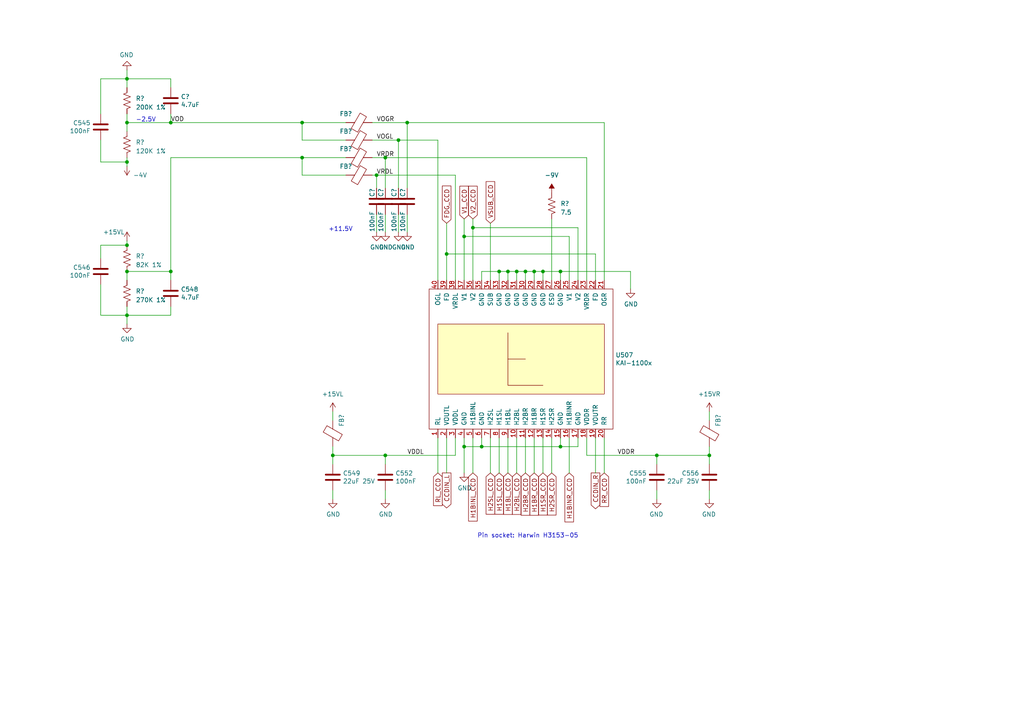
<source format=kicad_sch>
(kicad_sch (version 20230121) (generator eeschema)
  (paper "A4")
  (title_block (title "Sitina 1 Mainboard") (date "2023-03-16") (rev "R0.6") (company "Copyright 2023 Wenting Zhang") (comment 2 "MERCHANTABILITY, SATISFACTORY QUALITY AND FITNESS FOR A PARTICULAR PURPOSE.") (comment 3 "This source is distributed WITHOUT ANY EXPRESS OR IMPLIED WARRANTY, INCLUDING OF") (comment 4 "This source describes Open Hardware and is licensed under the CERN-OHL-P v2."))
  (lib_symbols
    (symbol "Device:C" (pin_numbers hide) (pin_names (offset 0.254))
      (property "Reference" "C" (at 0.635 2.54 0))
      (property "Value" "C" (at 0.635 -2.54 0))
      (symbol "C_0_1"
        (polyline (pts (xy -2.032 -0.762) (xy 2.032 -0.762)) (stroke (width 0.508)))
        (polyline (pts (xy -2.032 0.762) (xy 2.032 0.762)) (stroke (width 0.508)))
      )
      (symbol "C_1_1"
        (pin passive line (at 0 3.81 270) (length 2.794) (name "~") (number "1"))
        (pin passive line (at 0 -3.81 90) (length 2.794) (name "~") (number "2"))
      )
    )
    (symbol "Device:FerriteBead" (pin_numbers hide) (pin_names (offset 0))
      (property "Reference" "FB" (at -3.81 0.635 90))
      (property "Value" "FerriteBead" (at 3.81 0 90))
      (symbol "FerriteBead_0_1"
        (polyline (pts (xy 0 -1.27) (xy 0 -1.2192)))
        (polyline (pts (xy 0 1.27) (xy 0 1.2954)))
        (polyline (pts (xy -2.7686 0.4064) (xy -1.7018 2.2606) (xy 2.7686 -0.3048) (xy 1.6764 -2.159) (xy -2.7686 0.4064)))
      )
      (symbol "FerriteBead_1_1"
        (pin passive line (at 0 3.81 270) (length 2.54) (name "~") (number "1"))
        (pin passive line (at 0 -3.81 90) (length 2.54) (name "~") (number "2"))
      )
    )
    (symbol "Device:R_US" (pin_numbers hide) (pin_names (offset 0))
      (property "Reference" "R" (at 2.54 0 90))
      (property "Value" "R_US" (at -2.54 0 90))
      (symbol "R_US_0_1"
        (polyline (pts (xy 0 -2.286) (xy 0 -2.54)))
        (polyline (pts (xy 0 2.286) (xy 0 2.54)))
        (polyline (pts (xy 0 -0.762) (xy 1.016 -1.143) (xy 0 -1.524) (xy -1.016 -1.905) (xy 0 -2.286)))
        (polyline (pts (xy 0 0.762) (xy 1.016 0.381) (xy 0 0) (xy -1.016 -0.381) (xy 0 -0.762)))
        (polyline (pts (xy 0 2.286) (xy 1.016 1.905) (xy 0 1.524) (xy -1.016 1.143) (xy 0 0.762)))
      )
      (symbol "R_US_1_1"
        (pin passive line (at 0 3.81 270) (length 1.27) (name "~") (number "1"))
        (pin passive line (at 0 -3.81 90) (length 1.27) (name "~") (number "2"))
      )
    )
    (symbol "Sitina:-4V" (power) (pin_names (offset 0))
      (property "Value" "-4V" (at 0 3.556 0))
      (symbol "-4V_0_1"
        (polyline (pts (xy -0.762 1.27) (xy 0 2.54)))
        (polyline (pts (xy 0 0) (xy 0 2.54)))
        (polyline (pts (xy 0 2.54) (xy 0.762 1.27)))
      )
      (symbol "-4V_1_1"
        (pin power_in line (at 0 0 90) (length 0) hide (name "-4V") (number "1"))
      )
    )
    (symbol "Sitina:KAI-1100x" (pin_names (offset 1.016))
      (property "Reference" "U" (at 0 0 0))
      (property "Value" "KAI-1100x" (at 0 -2.54 0))
      (symbol "KAI-1100x_0_1"
        (rectangle (start -22.86 -22.86) (end 25.4 -43.18) (fill (type background)))
        (polyline (pts (xy 2.54 -33.02) (xy -2.54 -33.02)) (fill (type background)))
        (polyline (pts (xy 7.62 -40.64) (xy -2.54 -40.64) (xy -2.54 -25.4)) (fill (type background)))
        (rectangle (start 27.94 -53.34) (end -25.4 -12.7))
      )
      (symbol "KAI-1100x_1_1"
        (pin input line (at -22.86 -55.88 90) (length 2.54) (name "RL") (number "1"))
        (pin input line (at 0 -55.88 90) (length 2.54) (name "H2BL") (number "10"))
        (pin input line (at 2.54 -55.88 90) (length 2.54) (name "H2BR") (number "11"))
        (pin input line (at 5.08 -55.88 90) (length 2.54) (name "H1BR") (number "12"))
        (pin input line (at 7.62 -55.88 90) (length 2.54) (name "H1SR") (number "13"))
        (pin input line (at 10.16 -55.88 90) (length 2.54) (name "H2SR") (number "14"))
        (pin input line (at 12.7 -55.88 90) (length 2.54) (name "GND") (number "15"))
        (pin input line (at 15.24 -55.88 90) (length 2.54) (name "H1BINR") (number "16"))
        (pin input line (at 17.78 -55.88 90) (length 2.54) (name "GND") (number "17"))
        (pin input line (at 20.32 -55.88 90) (length 2.54) (name "VDDR") (number "18"))
        (pin input line (at 22.86 -55.88 90) (length 2.54) (name "VOUTR") (number "19"))
        (pin input line (at -20.32 -55.88 90) (length 2.54) (name "VOUTL") (number "2"))
        (pin input line (at 25.4 -55.88 90) (length 2.54) (name "RR") (number "20"))
        (pin input line (at 25.4 -10.16 270) (length 2.54) (name "OGR") (number "21"))
        (pin input line (at 22.86 -10.16 270) (length 2.54) (name "FD") (number "22"))
        (pin input line (at 20.32 -10.16 270) (length 2.54) (name "VRDR") (number "23"))
        (pin input line (at 17.78 -10.16 270) (length 2.54) (name "V2") (number "24"))
        (pin input line (at 15.24 -10.16 270) (length 2.54) (name "V1") (number "25"))
        (pin input line (at 12.7 -10.16 270) (length 2.54) (name "GND") (number "26"))
        (pin input line (at 10.16 -10.16 270) (length 2.54) (name "ESD") (number "27"))
        (pin input line (at 7.62 -10.16 270) (length 2.54) (name "GND") (number "28"))
        (pin input line (at 5.08 -10.16 270) (length 2.54) (name "GND") (number "29"))
        (pin input line (at -17.78 -55.88 90) (length 2.54) (name "VDDL") (number "3"))
        (pin input line (at 2.54 -10.16 270) (length 2.54) (name "GND") (number "30"))
        (pin input line (at 0 -10.16 270) (length 2.54) (name "GND") (number "31"))
        (pin input line (at -2.54 -10.16 270) (length 2.54) (name "GND") (number "32"))
        (pin input line (at -5.08 -10.16 270) (length 2.54) (name "GND") (number "33"))
        (pin input line (at -7.62 -10.16 270) (length 2.54) (name "SUB") (number "34"))
        (pin input line (at -10.16 -10.16 270) (length 2.54) (name "GND") (number "35"))
        (pin input line (at -12.7 -10.16 270) (length 2.54) (name "V2") (number "36"))
        (pin input line (at -15.24 -10.16 270) (length 2.54) (name "V1") (number "37"))
        (pin input line (at -17.78 -10.16 270) (length 2.54) (name "VRDL") (number "38"))
        (pin input line (at -20.32 -10.16 270) (length 2.54) (name "FD") (number "39"))
        (pin input line (at -15.24 -55.88 90) (length 2.54) (name "GND") (number "4"))
        (pin input line (at -22.86 -10.16 270) (length 2.54) (name "OGL") (number "40"))
        (pin input line (at -12.7 -55.88 90) (length 2.54) (name "H1BINL") (number "5"))
        (pin input line (at -10.16 -55.88 90) (length 2.54) (name "GND") (number "6"))
        (pin input line (at -7.62 -55.88 90) (length 2.54) (name "H2SL") (number "7"))
        (pin input line (at -5.08 -55.88 90) (length 2.54) (name "H1SL") (number "8"))
        (pin input line (at -2.54 -55.88 90) (length 2.54) (name "H1BL") (number "9"))
      )
    )
    (symbol "power:-9V" (power) (pin_names (offset 0))
      (property "Value" "-9V" (at 0 3.81 0))
      (symbol "-9V_0_1"
        (polyline (pts (xy 0 0) (xy 0 2.54)))
        (polyline (pts (xy 0.762 1.27) (xy -0.762 1.27) (xy 0 2.54) (xy 0.762 1.27)) (fill (type outline)))
      )
      (symbol "-9V_1_1"
        (pin power_in line (at 0 0 90) (length 0) hide (name "-9V") (number "1"))
      )
    )
    (symbol "power:GND" (power) (pin_names (offset 0))
      (property "Value" "GND" (at 0 -3.81 0))
      (symbol "GND_0_1"
        (polyline (pts (xy 0 0) (xy 0 -1.27) (xy 1.27 -1.27) (xy 0 -2.54) (xy -1.27 -1.27) (xy 0 -1.27)))
      )
      (symbol "GND_1_1"
        (pin power_in line (at 0 0 270) (length 0) hide (name "GND") (number "1"))
      )
    )
    (symbol "symbols:+15VL" (power) (pin_names (offset 0))
      (property "Value" "+15VL" (at 0 3.556 0))
      (symbol "+15VL_0_1"
        (polyline (pts (xy -0.762 1.27) (xy 0 2.54)))
        (polyline (pts (xy 0 0) (xy 0 2.54)))
        (polyline (pts (xy 0 2.54) (xy 0.762 1.27)))
      )
      (symbol "+15VL_1_1"
        (pin power_in line (at 0 0 90) (length 0) hide (name "+15VL") (number "1"))
      )
    )
    (symbol "symbols:+15VR" (power) (pin_names (offset 0))
      (property "Value" "+15VR" (at 0 3.556 0))
      (symbol "+15VR_0_1"
        (polyline (pts (xy -0.762 1.27) (xy 0 2.54)))
        (polyline (pts (xy 0 0) (xy 0 2.54)))
        (polyline (pts (xy 0 2.54) (xy 0.762 1.27)))
      )
      (symbol "+15VR_1_1"
        (pin power_in line (at 0 0 90) (length 0) hide (name "+15VR") (number "1"))
      )
    )
  )
  (junction (at 154.94 78.74) (diameter 0.9144))
  (junction (at 190.5 132.08))
  (junction (at 129.54 73.66) (diameter 0.9144))
  (junction (at 115.57 40.64))
  (junction (at 139.7 129.54) (diameter 0.9144))
  (junction (at 87.63 35.56))
  (junction (at 162.56 78.74) (diameter 0.9144))
  (junction (at 109.22 50.8))
  (junction (at 36.83 22.86))
  (junction (at 162.56 129.54) (diameter 0.9144))
  (junction (at 36.83 35.56) (diameter 0.9144))
  (junction (at 49.53 78.74))
  (junction (at 134.62 129.54) (diameter 0.9144))
  (junction (at 36.83 71.12))
  (junction (at 144.78 78.74) (diameter 0.9144))
  (junction (at 137.16 66.04) (diameter 0.9144))
  (junction (at 49.53 35.56))
  (junction (at 87.63 45.72))
  (junction (at 36.83 91.44))
  (junction (at 149.86 78.74) (diameter 0.9144))
  (junction (at 157.48 78.74) (diameter 0.9144))
  (junction (at 152.4 78.74) (diameter 0.9144))
  (junction (at 134.62 68.58) (diameter 0.9144))
  (junction (at 111.76 132.08))
  (junction (at 36.83 78.74))
  (junction (at 118.11 35.56))
  (junction (at 111.76 45.72))
  (junction (at 96.52 132.08))
  (junction (at 205.74 132.08))
  (junction (at 147.32 78.74) (diameter 0.9144))
  (junction (at 36.83 46.99))
  (wire (pts (xy 157.48 78.74) (xy 154.94 78.74)))
  (wire (pts (xy 29.21 46.99) (xy 36.83 46.99)))
  (wire (pts (xy 137.16 63.5) (xy 137.16 66.04)))
  (wire (pts (xy 142.24 64.77) (xy 142.24 81.28)))
  (wire (pts (xy 109.22 50.8) (xy 132.08 50.8)))
  (wire (pts (xy 111.76 45.72) (xy 170.18 45.72)))
  (wire (pts (xy 36.83 93.98) (xy 36.83 91.44)))
  (wire (pts (xy 96.52 129.54) (xy 96.52 132.08)))
  (wire (pts (xy 144.78 137.16) (xy 144.78 127)))
  (wire (pts (xy 139.7 129.54) (xy 162.56 129.54)))
  (wire (pts (xy 36.83 22.86) (xy 49.53 22.86)))
  (wire (pts (xy 96.52 142.24) (xy 96.52 144.78)))
  (wire (pts (xy 162.56 127) (xy 162.56 129.54)))
  (wire (pts (xy 87.63 40.64) (xy 100.33 40.64)))
  (wire (pts (xy 142.24 137.16) (xy 142.24 127)))
  (wire (pts (xy 137.16 137.16) (xy 137.16 127)))
  (wire (pts (xy 157.48 78.74) (xy 162.56 78.74)))
  (wire (pts (xy 87.63 40.64) (xy 87.63 35.56)))
  (wire (pts (xy 36.83 46.99) (xy 36.83 45.72)))
  (wire (pts (xy 175.26 35.56) (xy 118.11 35.56)))
  (wire (pts (xy 29.21 91.44) (xy 36.83 91.44)))
  (wire (pts (xy 36.83 88.9) (xy 36.83 91.44)))
  (wire (pts (xy 144.78 81.28) (xy 144.78 78.74)))
  (wire (pts (xy 147.32 137.16) (xy 147.32 127)))
  (wire (pts (xy 129.54 64.77) (xy 129.54 73.66)))
  (wire (pts (xy 149.86 78.74) (xy 147.32 78.74)))
  (wire (pts (xy 167.64 129.54) (xy 167.64 127)))
  (wire (pts (xy 36.83 81.28) (xy 36.83 78.74)))
  (wire (pts (xy 139.7 127) (xy 139.7 129.54)))
  (wire (pts (xy 36.83 38.1) (xy 36.83 35.56)))
  (wire (pts (xy 152.4 81.28) (xy 152.4 78.74)))
  (wire (pts (xy 205.74 132.08) (xy 205.74 134.62)))
  (wire (pts (xy 127 40.64) (xy 115.57 40.64)))
  (wire (pts (xy 152.4 78.74) (xy 149.86 78.74)))
  (wire (pts (xy 172.72 127) (xy 172.72 137.16)))
  (wire (pts (xy 36.83 33.02) (xy 36.83 35.56)))
  (wire (pts (xy 109.22 67.31) (xy 109.22 62.23)))
  (wire (pts (xy 182.88 78.74) (xy 182.88 83.82)))
  (wire (pts (xy 190.5 132.08) (xy 190.5 134.62)))
  (wire (pts (xy 162.56 78.74) (xy 182.88 78.74)))
  (wire (pts (xy 190.5 142.24) (xy 190.5 144.78)))
  (wire (pts (xy 147.32 81.28) (xy 147.32 78.74)))
  (wire (pts (xy 115.57 54.61) (xy 115.57 40.64)))
  (wire (pts (xy 170.18 127) (xy 170.18 132.08)))
  (wire (pts (xy 96.52 132.08) (xy 111.76 132.08)))
  (wire (pts (xy 147.32 78.74) (xy 144.78 78.74)))
  (wire (pts (xy 175.26 137.16) (xy 175.26 127)))
  (wire (pts (xy 29.21 71.12) (xy 36.83 71.12)))
  (wire (pts (xy 134.62 129.54) (xy 134.62 137.16)))
  (wire (pts (xy 49.53 78.74) (xy 49.53 45.72)))
  (wire (pts (xy 111.76 142.24) (xy 111.76 144.78)))
  (wire (pts (xy 157.48 137.16) (xy 157.48 127)))
  (wire (pts (xy 172.72 73.66) (xy 172.72 81.28)))
  (wire (pts (xy 127 40.64) (xy 127 81.28)))
  (wire (pts (xy 36.83 78.74) (xy 49.53 78.74)))
  (wire (pts (xy 134.62 129.54) (xy 139.7 129.54)))
  (wire (pts (xy 49.53 81.28) (xy 49.53 78.74)))
  (wire (pts (xy 134.62 63.5) (xy 134.62 68.58)))
  (wire (pts (xy 107.95 45.72) (xy 111.76 45.72)))
  (wire (pts (xy 111.76 62.23) (xy 111.76 67.31)))
  (wire (pts (xy 36.83 35.56) (xy 49.53 35.56)))
  (wire (pts (xy 165.1 68.58) (xy 165.1 81.28)))
  (wire (pts (xy 36.83 48.26) (xy 36.83 46.99)))
  (wire (pts (xy 137.16 66.04) (xy 167.64 66.04)))
  (wire (pts (xy 29.21 82.55) (xy 29.21 91.44)))
  (wire (pts (xy 107.95 35.56) (xy 118.11 35.56)))
  (wire (pts (xy 109.22 50.8) (xy 107.95 50.8)))
  (wire (pts (xy 129.54 73.66) (xy 172.72 73.66)))
  (wire (pts (xy 111.76 132.08) (xy 132.08 132.08)))
  (wire (pts (xy 49.53 25.4) (xy 49.53 22.86)))
  (wire (pts (xy 96.52 132.08) (xy 96.52 134.62)))
  (wire (pts (xy 115.57 67.31) (xy 115.57 62.23)))
  (wire (pts (xy 87.63 50.8) (xy 87.63 45.72)))
  (wire (pts (xy 170.18 45.72) (xy 170.18 81.28)))
  (wire (pts (xy 109.22 54.61) (xy 109.22 50.8)))
  (wire (pts (xy 134.62 127) (xy 134.62 129.54)))
  (wire (pts (xy 87.63 35.56) (xy 100.33 35.56)))
  (wire (pts (xy 36.83 22.86) (xy 36.83 25.4)))
  (wire (pts (xy 167.64 66.04) (xy 167.64 81.28)))
  (wire (pts (xy 49.53 33.02) (xy 49.53 35.56)))
  (wire (pts (xy 205.74 142.24) (xy 205.74 144.78)))
  (wire (pts (xy 29.21 40.64) (xy 29.21 46.99)))
  (wire (pts (xy 165.1 137.16) (xy 165.1 127)))
  (wire (pts (xy 137.16 66.04) (xy 137.16 81.28)))
  (wire (pts (xy 154.94 78.74) (xy 152.4 78.74)))
  (wire (pts (xy 132.08 50.8) (xy 132.08 81.28)))
  (wire (pts (xy 36.83 69.85) (xy 36.83 71.12)))
  (wire (pts (xy 205.74 119.38) (xy 205.74 121.92)))
  (wire (pts (xy 162.56 129.54) (xy 167.64 129.54)))
  (wire (pts (xy 111.76 45.72) (xy 111.76 54.61)))
  (wire (pts (xy 49.53 88.9) (xy 49.53 91.44)))
  (wire (pts (xy 132.08 132.08) (xy 132.08 127)))
  (wire (pts (xy 129.54 127) (xy 129.54 137.16)))
  (wire (pts (xy 36.83 91.44) (xy 49.53 91.44)))
  (wire (pts (xy 36.83 20.32) (xy 36.83 22.86)))
  (wire (pts (xy 111.76 132.08) (xy 111.76 134.62)))
  (wire (pts (xy 157.48 81.28) (xy 157.48 78.74)))
  (wire (pts (xy 139.7 78.74) (xy 144.78 78.74)))
  (wire (pts (xy 96.52 119.38) (xy 96.52 121.92)))
  (wire (pts (xy 107.95 40.64) (xy 115.57 40.64)))
  (wire (pts (xy 127 137.16) (xy 127 127)))
  (wire (pts (xy 29.21 33.02) (xy 29.21 22.86)))
  (wire (pts (xy 205.74 129.54) (xy 205.74 132.08)))
  (wire (pts (xy 118.11 62.23) (xy 118.11 67.31)))
  (wire (pts (xy 190.5 132.08) (xy 170.18 132.08)))
  (wire (pts (xy 29.21 74.93) (xy 29.21 71.12)))
  (wire (pts (xy 154.94 137.16) (xy 154.94 127)))
  (wire (pts (xy 129.54 73.66) (xy 129.54 81.28)))
  (wire (pts (xy 152.4 137.16) (xy 152.4 127)))
  (wire (pts (xy 149.86 81.28) (xy 149.86 78.74)))
  (wire (pts (xy 205.74 132.08) (xy 190.5 132.08)))
  (wire (pts (xy 149.86 137.16) (xy 149.86 127)))
  (wire (pts (xy 160.02 137.16) (xy 160.02 127)))
  (wire (pts (xy 154.94 81.28) (xy 154.94 78.74)))
  (wire (pts (xy 160.02 81.28) (xy 160.02 63.5)))
  (wire (pts (xy 118.11 35.56) (xy 118.11 54.61)))
  (wire (pts (xy 87.63 45.72) (xy 100.33 45.72)))
  (wire (pts (xy 29.21 22.86) (xy 36.83 22.86)))
  (wire (pts (xy 49.53 45.72) (xy 87.63 45.72)))
  (wire (pts (xy 175.26 35.56) (xy 175.26 81.28)))
  (wire (pts (xy 49.53 35.56) (xy 87.63 35.56)))
  (wire (pts (xy 162.56 81.28) (xy 162.56 78.74)))
  (wire (pts (xy 87.63 50.8) (xy 100.33 50.8)))
  (wire (pts (xy 139.7 78.74) (xy 139.7 81.28)))
  (wire (pts (xy 134.62 68.58) (xy 165.1 68.58)))
  (wire (pts (xy 134.62 68.58) (xy 134.62 81.28)))
  (text "+11.5V" (at 95.25 67.31 0) (effects (font (size 1.27 1.27)) (justify left bottom)))
  (text "-2.5V" (at 39.37 35.56 0) (effects (font (size 1.27 1.27)) (justify left bottom)))
  (text "Pin socket: Harwin H3153-05" (at 138.43 156.21 0) (effects (font (size 1.27 1.27)) (justify left bottom)))
  (label "VOGR" (at 109.22 35.56 0))
  (label "VOGL" (at 109.22 40.64 0))
  (label "VDDL" (at 118.11 132.08 0))
  (label "VDDR" (at 184.15 132.08 180))
  (label "VRDL" (at 109.22 50.8 0))
  (label "VRDR" (at 109.22 45.72 0))
  (label "VOD" (at 49.53 35.56 0))
  (global_label "VSUB_CCD" (shape input) (at 142.24 64.77 90) (property "Intersheetrefs" "${INTERSHEET_REFS}" (effects hide)))
  (global_label "H2BL_CCD" (shape input) (at 149.86 137.16 270) (property "Intersheetrefs" "${INTERSHEET_REFS}" (effects hide)))
  (global_label "H1SL_CCD" (shape input) (at 144.78 137.16 270) (property "Intersheetrefs" "${INTERSHEET_REFS}" (effects hide)))
  (global_label "H1BINR_CCD" (shape input) (at 165.1 137.16 270) (property "Intersheetrefs" "${INTERSHEET_REFS}" (effects hide)))
  (global_label "H1BINL_CCD" (shape input) (at 137.16 137.16 270) (property "Intersheetrefs" "${INTERSHEET_REFS}" (effects hide)))
  (global_label "H1BL_CCD" (shape input) (at 147.32 137.16 270) (property "Intersheetrefs" "${INTERSHEET_REFS}" (effects hide)))
  (global_label "RL_CCD" (shape input) (at 127 137.16 270) (property "Intersheetrefs" "${INTERSHEET_REFS}" (effects hide)))
  (global_label "RR_CCD" (shape input) (at 175.26 137.16 270) (property "Intersheetrefs" "${INTERSHEET_REFS}" (effects hide)))
  (global_label "H2BR_CCD" (shape input) (at 152.4 137.16 270) (property "Intersheetrefs" "${INTERSHEET_REFS}" (effects hide)))
  (global_label "H2SL_CCD" (shape input) (at 142.24 137.16 270) (property "Intersheetrefs" "${INTERSHEET_REFS}" (effects hide)))
  (global_label "H1SR_CCD" (shape input) (at 157.48 137.16 270) (property "Intersheetrefs" "${INTERSHEET_REFS}" (effects hide)))
  (global_label "H2SR_CCD" (shape input) (at 160.02 137.16 270) (property "Intersheetrefs" "${INTERSHEET_REFS}" (effects hide)))
  (global_label "CCDIN_R" (shape output) (at 172.72 137.16 270) (property "Intersheetrefs" "${INTERSHEET_REFS}" (effects hide)))
  (global_label "CCDIN_L" (shape output) (at 129.54 137.16 270) (property "Intersheetrefs" "${INTERSHEET_REFS}" (effects hide)))
  (global_label "FDG_CCD" (shape input) (at 129.54 64.77 90) (property "Intersheetrefs" "${INTERSHEET_REFS}" (effects hide)))
  (global_label "V1_CCD" (shape input) (at 134.62 63.5 90) (property "Intersheetrefs" "${INTERSHEET_REFS}" (effects hide)))
  (global_label "V2_CCD" (shape input) (at 137.16 63.5 90) (property "Intersheetrefs" "${INTERSHEET_REFS}" (effects hide)))
  (global_label "H1BR_CCD" (shape input) (at 154.94 137.16 270) (property "Intersheetrefs" "${INTERSHEET_REFS}" (effects hide)))
  (symbol (lib_id "power:GND") (at 134.62 137.16 0) (unit 1)
    (property "Reference" "#PWR0543" (effects hide))
    (property "Value" "GND" (at 134.747 141.5542 0))
  )
  (symbol (lib_id "Device:R_US") (at 36.83 85.09 0) (mirror y) (unit 1)
    (property "Reference" "R?" (at 39.37 84.455 0) (effects (justify right)))
    (property "Value" "270K 1%" (at 39.37 86.995 0) (effects (justify right)))
    (property "Footprint" "Resistor_SMD:R_0402_1005Metric" (effects hide))
    (instances (project "pcb" (path "" (reference "R?") (unit 1)) (path "" (reference "R516") (unit 1))))
  )
  (symbol (lib_id "Device:R_US") (at 36.83 41.91 0) (mirror y) (unit 1)
    (property "Reference" "R?" (at 39.37 41.275 0) (effects (justify right)))
    (property "Value" "120K 1%" (at 39.37 43.815 0) (effects (justify right)))
    (property "Footprint" "Resistor_SMD:R_0402_1005Metric" (effects hide))
    (instances (project "pcb" (path "" (reference "R?") (unit 1)) (path "" (reference "R514") (unit 1))))
  )
  (symbol (lib_id "power:GND") (at 190.5 144.78 0) (mirror y) (unit 1)
    (property "Reference" "#PWR0546" (effects hide))
    (property "Value" "GND" (at 190.373 149.1742 0))
  )
  (symbol (lib_id "symbols:+15VL") (at 36.83 69.85 0) (unit 1)
    (property "Reference" "#PWR?" (effects hide))
    (property "Value" "+15VL" (at 33.02 67.31 0))
    (instances (project "pcb" (path "" (reference "#PWR?") (unit 1)) (path "" (reference "#PWR0534") (unit 1))))
  )
  (symbol (lib_id "power:GND") (at 118.11 67.31 0) (unit 1)
    (property "Reference" "#PWR0542" (effects hide))
    (property "Value" "GND" (at 118.237 71.7042 0))
  )
  (symbol (lib_id "Device:R_US") (at 36.83 29.21 0) (mirror y) (unit 1)
    (property "Reference" "R?" (at 39.37 28.575 0) (effects (justify right)))
    (property "Value" "200K 1%" (at 39.37 31.115 0) (effects (justify right)))
    (property "Footprint" "Resistor_SMD:R_0402_1005Metric" (effects hide))
    (instances (project "pcb" (path "" (reference "R?") (unit 1)) (path "" (reference "R513") (unit 1))))
  )
  (symbol (lib_id "Device:C") (at 115.57 58.42 0) (unit 1)
    (property "Reference" "C?" (at 114.3 57.15 90) (effects (justify left)))
    (property "Value" "100nF" (at 114.3 67.31 90) (effects (justify left)))
    (property "Footprint" "Capacitor_SMD:C_0402_1005Metric" (effects hide))
    (instances (project "pcb" (path "" (reference "C?") (unit 1)) (path "" (reference "C553") (unit 1))))
  )
  (symbol (lib_id "power:GND") (at 182.88 83.82 0) (unit 1)
    (property "Reference" "#PWR0545" (effects hide))
    (property "Value" "GND" (at 183.007 88.2142 0))
  )
  (symbol (lib_id "power:GND") (at 36.83 93.98 0) (unit 1)
    (property "Reference" "#PWR0535" (effects hide))
    (property "Value" "GND" (at 36.957 98.3742 0))
  )
  (symbol (lib_id "Device:C") (at 49.53 85.09 0) (unit 1)
    (property "Reference" "C548" (at 52.451 83.9216 0) (effects (justify left)))
    (property "Value" "4.7uF" (at 52.451 86.233 0) (effects (justify left)))
    (property "Footprint" "Capacitor_SMD:C_0402_1005Metric" (effects hide))
  )
  (symbol (lib_id "symbols:+15VR") (at 205.74 119.38 0) (unit 1)
    (property "Reference" "#PWR?" (effects hide))
    (property "Value" "+15VR" (at 205.74 114.3 0))
    (instances (project "pcb" (path "" (reference "#PWR?") (unit 1)) (path "" (reference "#PWR0547") (unit 1))))
  )
  (symbol (lib_id "Device:FerriteBead") (at 205.74 125.73 0) (unit 1)
    (property "Reference" "FB?" (at 208.28 121.92 90))
    (property "Value" "FerriteBead" (effects hide))
    (property "Footprint" "Inductor_SMD:L_0603_1608Metric" (effects hide))
    (instances (project "pcb" (path "" (reference "FB?") (unit 1)) (path "" (reference "FB509") (unit 1))))
  )
  (symbol (lib_id "Device:C") (at 111.76 58.42 0) (unit 1)
    (property "Reference" "C?" (at 110.49 57.15 90) (effects (justify left)))
    (property "Value" "100nF" (at 110.49 67.31 90) (effects (justify left)))
    (property "Footprint" "Capacitor_SMD:C_0402_1005Metric" (effects hide))
    (instances (project "pcb" (path "" (reference "C?") (unit 1)) (path "" (reference "C551") (unit 1))))
  )
  (symbol (lib_id "power:GND") (at 205.74 144.78 0) (mirror y) (unit 1)
    (property "Reference" "#PWR0548" (effects hide))
    (property "Value" "GND" (at 205.613 149.1742 0))
  )
  (symbol (lib_id "Device:C") (at 190.5 138.43 0) (mirror y) (unit 1)
    (property "Reference" "C555" (at 187.579 137.2616 0) (effects (justify left)))
    (property "Value" "100nF" (at 187.579 139.573 0) (effects (justify left)))
    (property "Footprint" "Capacitor_SMD:C_0402_1005Metric" (effects hide))
  )
  (symbol (lib_id "Device:C") (at 29.21 78.74 0) (mirror y) (unit 1)
    (property "Reference" "C546" (at 26.289 77.5716 0) (effects (justify left)))
    (property "Value" "100nF" (at 26.289 79.883 0) (effects (justify left)))
    (property "Footprint" "Capacitor_SMD:C_0402_1005Metric" (effects hide))
  )
  (symbol (lib_id "Device:C") (at 111.76 138.43 0) (unit 1)
    (property "Reference" "C552" (at 114.681 137.2616 0) (effects (justify left)))
    (property "Value" "100nF" (at 114.681 139.573 0) (effects (justify left)))
    (property "Footprint" "Capacitor_SMD:C_0402_1005Metric" (effects hide))
  )
  (symbol (lib_id "Device:R_US") (at 160.02 59.69 0) (mirror y) (unit 1)
    (property "Reference" "R?" (at 162.56 59.055 0) (effects (justify right)))
    (property "Value" "7.5" (at 162.56 61.595 0) (effects (justify right)))
    (property "Footprint" "Resistor_SMD:R_0402_1005Metric" (effects hide))
    (instances (project "pcb" (path "" (reference "R?") (unit 1)) (path "" (reference "R517") (unit 1))))
  )
  (symbol (lib_id "power:GND") (at 109.22 67.31 0) (unit 1)
    (property "Reference" "#PWR0538" (effects hide))
    (property "Value" "GND" (at 109.347 71.7042 0))
  )
  (symbol (lib_id "power:GND") (at 111.76 67.31 0) (unit 1)
    (property "Reference" "#PWR0539" (effects hide))
    (property "Value" "GND" (at 111.887 71.7042 0))
  )
  (symbol (lib_id "Device:FerriteBead") (at 104.14 40.64 90) (unit 1)
    (property "Reference" "FB?" (at 100.33 38.1 90))
    (property "Value" "FerriteBead" (effects hide))
    (property "Footprint" "Inductor_SMD:L_0603_1608Metric" (effects hide))
    (instances (project "pcb" (path "" (reference "FB?") (unit 1)) (path "" (reference "FB506") (unit 1))))
  )
  (symbol (lib_id "Device:C") (at 118.11 58.42 0) (unit 1)
    (property "Reference" "C?" (at 116.84 57.15 90) (effects (justify left)))
    (property "Value" "100nF" (at 116.84 67.31 90) (effects (justify left)))
    (property "Footprint" "Capacitor_SMD:C_0402_1005Metric" (effects hide))
    (instances (project "pcb" (path "" (reference "C?") (unit 1)) (path "" (reference "C554") (unit 1))))
  )
  (symbol (lib_id "Sitina:KAI-1100x") (at 149.86 71.12 0) (unit 1)
    (property "Reference" "U507" (at 178.5112 102.9716 0) (effects (justify left)))
    (property "Value" "KAI-1100x" (at 178.5112 105.283 0) (effects (justify left)))
    (property "Footprint" "footprints:KAI-1100X" (effects hide))
  )
  (symbol (lib_id "Device:C") (at 49.53 29.21 0) (unit 1)
    (property "Reference" "C?" (at 52.451 28.0416 0) (effects (justify left)))
    (property "Value" "4.7uF" (at 52.451 30.353 0) (effects (justify left)))
    (property "Footprint" "Capacitor_SMD:C_0402_1005Metric" (effects hide))
    (instances (project "pcb" (path "" (reference "C?") (unit 1)) (path "" (reference "C547") (unit 1))))
  )
  (symbol (lib_id "Device:R_US") (at 36.83 74.93 0) (mirror y) (unit 1)
    (property "Reference" "R?" (at 39.37 74.295 0) (effects (justify right)))
    (property "Value" "82K 1%" (at 39.37 76.835 0) (effects (justify right)))
    (property "Footprint" "Resistor_SMD:R_0402_1005Metric" (effects hide))
    (instances (project "pcb" (path "" (reference "R?") (unit 1)) (path "" (reference "R515") (unit 1))))
  )
  (symbol (lib_id "power:GND") (at 96.52 144.78 0) (unit 1)
    (property "Reference" "#PWR0537" (effects hide))
    (property "Value" "GND" (at 96.647 149.1742 0))
  )
  (symbol (lib_id "symbols:+15VL") (at 96.52 119.38 0) (unit 1)
    (property "Reference" "#PWR?" (effects hide))
    (property "Value" "+15VL" (at 96.52 114.3 0))
    (instances (project "pcb" (path "" (reference "#PWR?") (unit 1)) (path "" (reference "#PWR0536") (unit 1))))
  )
  (symbol (lib_id "Device:C") (at 205.74 138.43 0) (mirror y) (unit 1)
    (property "Reference" "C556" (at 202.819 137.2616 0) (effects (justify left)))
    (property "Value" "22uF 25V" (at 202.819 139.573 0) (effects (justify left)))
    (property "Footprint" "Capacitor_SMD:C_0805_2012Metric" (effects hide))
  )
  (symbol (lib_id "Device:FerriteBead") (at 96.52 125.73 0) (unit 1)
    (property "Reference" "FB?" (at 99.06 121.92 90))
    (property "Value" "FerriteBead" (effects hide))
    (property "Footprint" "Inductor_SMD:L_0603_1608Metric" (effects hide))
    (instances (project "pcb" (path "" (reference "FB?") (unit 1)) (path "" (reference "FB504") (unit 1))))
  )
  (symbol (lib_id "Device:C") (at 96.52 138.43 0) (unit 1)
    (property "Reference" "C549" (at 99.441 137.2616 0) (effects (justify left)))
    (property "Value" "22uF 25V" (at 99.441 139.573 0) (effects (justify left)))
    (property "Footprint" "Capacitor_SMD:C_0805_2012Metric" (effects hide))
  )
  (symbol (lib_id "power:GND") (at 111.76 144.78 0) (unit 1)
    (property "Reference" "#PWR0540" (effects hide))
    (property "Value" "GND" (at 111.887 149.1742 0))
  )
  (symbol (lib_id "Sitina:-4V") (at 36.83 48.26 180) (unit 1)
    (property "Reference" "#PWR0533" (effects hide))
    (property "Value" "-4V" (at 40.64 50.8 0))
  )
  (symbol (lib_id "power:-9V") (at 160.02 55.88 0) (unit 1)
    (property "Reference" "#PWR0544" (effects hide))
    (property "Value" "-9V" (at 160.02 50.8 0))
  )
  (symbol (lib_id "power:GND") (at 36.83 20.32 180) (unit 1)
    (property "Reference" "#PWR0532" (effects hide))
    (property "Value" "GND" (at 36.703 15.9258 0))
  )
  (symbol (lib_id "Device:C") (at 29.21 36.83 0) (mirror y) (unit 1)
    (property "Reference" "C545" (at 26.289 35.6616 0) (effects (justify left)))
    (property "Value" "100nF" (at 26.289 37.973 0) (effects (justify left)))
    (property "Footprint" "Capacitor_SMD:C_0402_1005Metric" (effects hide))
  )
  (symbol (lib_id "Device:FerriteBead") (at 104.14 35.56 90) (unit 1)
    (property "Reference" "FB?" (at 100.33 33.02 90))
    (property "Value" "FerriteBead" (effects hide))
    (property "Footprint" "Inductor_SMD:L_0603_1608Metric" (effects hide))
    (instances (project "pcb" (path "" (reference "FB?") (unit 1)) (path "" (reference "FB505") (unit 1))))
  )
  (symbol (lib_id "Device:FerriteBead") (at 104.14 45.72 90) (unit 1)
    (property "Reference" "FB?" (at 100.33 43.18 90))
    (property "Value" "FerriteBead" (effects hide))
    (property "Footprint" "Inductor_SMD:L_0603_1608Metric" (effects hide))
    (instances (project "pcb" (path "" (reference "FB?") (unit 1)) (path "" (reference "FB507") (unit 1))))
  )
  (symbol (lib_id "Device:FerriteBead") (at 104.14 50.8 90) (unit 1)
    (property "Reference" "FB?" (at 100.33 48.26 90))
    (property "Value" "FerriteBead" (effects hide))
    (property "Footprint" "Inductor_SMD:L_0603_1608Metric" (effects hide))
    (instances (project "pcb" (path "" (reference "FB?") (unit 1)) (path "" (reference "FB508") (unit 1))))
  )
  (symbol (lib_id "Device:C") (at 109.22 58.42 0) (unit 1)
    (property "Reference" "C?" (at 107.95 57.15 90) (effects (justify left)))
    (property "Value" "100nF" (at 107.95 67.31 90) (effects (justify left)))
    (property "Footprint" "Capacitor_SMD:C_0402_1005Metric" (effects hide))
    (instances (project "pcb" (path "" (reference "C?") (unit 1)) (path "" (reference "C550") (unit 1))))
  )
  (symbol (lib_id "power:GND") (at 115.57 67.31 0) (unit 1)
    (property "Reference" "#PWR0541" (effects hide))
    (property "Value" "GND" (at 115.697 71.7042 0))
  )
)
</source>
